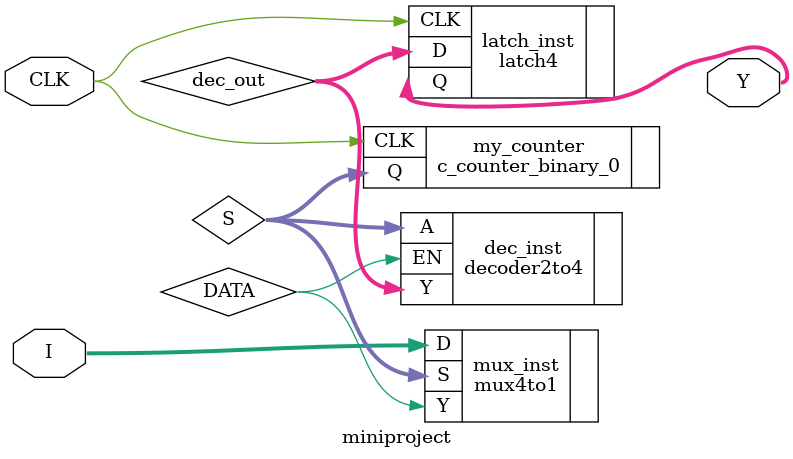
<source format=v>
module miniproject (
 input CLK,
 input [3:0] I,
 output [3:0] Y
);
 wire [1:0] S;
 wire [3:0] dec_out;
 
 // Counter IP core instantiation
 c_counter_binary_0 my_counter (
 .CLK (CLK),
 .Q (S)
 );
 
 // MUX
 mux4to1 mux_inst (
 .D (I),
 .S (S),
 .Y (DATA)
 );

 // Decoder
 decoder2to4 dec_inst (
 .EN (DATA),
 .A (S),
 .Y (dec_out)
 );
 
 // Latch
 latch4 latch_inst (
 .CLK (CLK),
 .D (dec_out),
 .Q (Y)
 );
endmodule
</source>
